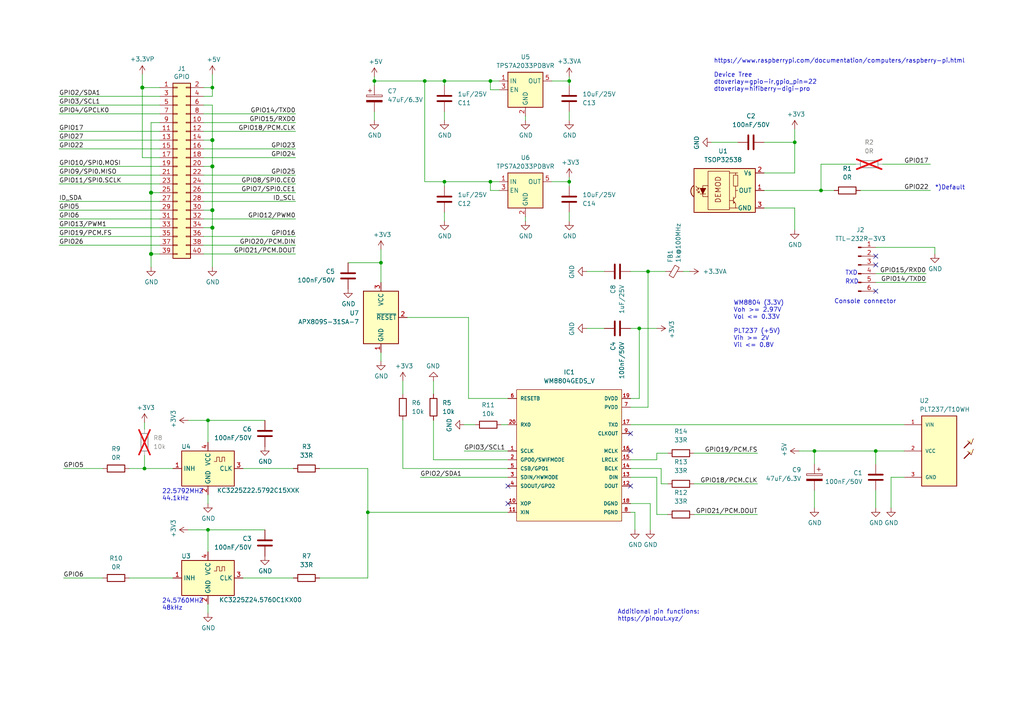
<source format=kicad_sch>
(kicad_sch (version 20230121) (generator eeschema)
  (paper "A4")
  (title_block (title "RPI HAT S/PDIF and IR") (date "2024-02-21") (rev "V5"))
  (lib_symbols
    (symbol "Connector:Conn_01x06_Pin" (pin_names (offset 1.016) hide)
      (property "Reference" "J" (at 0 7.62 0))
      (property "Value" "Conn_01x06_Pin" (at 0 -10.16 0))
      (symbol "Conn_01x06_Pin_1_1"
        (polyline (pts (xy 1.27 -7.62) (xy 0.8636 -7.62)) (stroke (width 0.1524)))
        (polyline (pts (xy 1.27 -5.08) (xy 0.8636 -5.08)) (stroke (width 0.1524)))
        (polyline (pts (xy 1.27 -2.54) (xy 0.8636 -2.54)) (stroke (width 0.1524)))
        (polyline (pts (xy 1.27 0) (xy 0.8636 0)) (stroke (width 0.1524)))
        (polyline (pts (xy 1.27 2.54) (xy 0.8636 2.54)) (stroke (width 0.1524)))
        (polyline (pts (xy 1.27 5.08) (xy 0.8636 5.08)) (stroke (width 0.1524)))
        (rectangle (start 0.8636 -7.493) (end 0 -7.747) (stroke (width 0.1524)) (fill (type outline)))
        (rectangle (start 0.8636 -4.953) (end 0 -5.207) (stroke (width 0.1524)) (fill (type outline)))
        (rectangle (start 0.8636 -2.413) (end 0 -2.667) (stroke (width 0.1524)) (fill (type outline)))
        (rectangle (start 0.8636 0.127) (end 0 -0.127) (stroke (width 0.1524)) (fill (type outline)))
        (rectangle (start 0.8636 2.667) (end 0 2.413) (stroke (width 0.1524)) (fill (type outline)))
        (rectangle (start 0.8636 5.207) (end 0 4.953) (stroke (width 0.1524)) (fill (type outline)))
        (pin passive line (at 5.08 5.08 180) (length 3.81) (name "Pin_1") (number "1"))
        (pin passive line (at 5.08 2.54 180) (length 3.81) (name "Pin_2") (number "2"))
        (pin passive line (at 5.08 0 180) (length 3.81) (name "Pin_3") (number "3"))
        (pin passive line (at 5.08 -2.54 180) (length 3.81) (name "Pin_4") (number "4"))
        (pin passive line (at 5.08 -5.08 180) (length 3.81) (name "Pin_5") (number "5"))
        (pin passive line (at 5.08 -7.62 180) (length 3.81) (name "Pin_6") (number "6"))
      )
    )
    (symbol "Connector_Generic:Conn_02x20_Odd_Even" (pin_names (offset 1.016) hide)
      (property "Reference" "J" (at 1.27 25.4 0))
      (property "Value" "Conn_02x20_Odd_Even" (at 1.27 -27.94 0))
      (symbol "Conn_02x20_Odd_Even_1_1"
        (rectangle (start -1.27 -25.273) (end 0 -25.527) (stroke (width 0.1524)))
        (rectangle (start -1.27 -22.733) (end 0 -22.987) (stroke (width 0.1524)))
        (rectangle (start -1.27 -20.193) (end 0 -20.447) (stroke (width 0.1524)))
        (rectangle (start -1.27 -17.653) (end 0 -17.907) (stroke (width 0.1524)))
        (rectangle (start -1.27 -15.113) (end 0 -15.367) (stroke (width 0.1524)))
        (rectangle (start -1.27 -12.573) (end 0 -12.827) (stroke (width 0.1524)))
        (rectangle (start -1.27 -10.033) (end 0 -10.287) (stroke (width 0.1524)))
        (rectangle (start -1.27 -7.493) (end 0 -7.747) (stroke (width 0.1524)))
        (rectangle (start -1.27 -4.953) (end 0 -5.207) (stroke (width 0.1524)))
        (rectangle (start -1.27 -2.413) (end 0 -2.667) (stroke (width 0.1524)))
        (rectangle (start -1.27 0.127) (end 0 -0.127) (stroke (width 0.1524)))
        (rectangle (start -1.27 2.667) (end 0 2.413) (stroke (width 0.1524)))
        (rectangle (start -1.27 5.207) (end 0 4.953) (stroke (width 0.1524)))
        (rectangle (start -1.27 7.747) (end 0 7.493) (stroke (width 0.1524)))
        (rectangle (start -1.27 10.287) (end 0 10.033) (stroke (width 0.1524)))
        (rectangle (start -1.27 12.827) (end 0 12.573) (stroke (width 0.1524)))
        (rectangle (start -1.27 15.367) (end 0 15.113) (stroke (width 0.1524)))
        (rectangle (start -1.27 17.907) (end 0 17.653) (stroke (width 0.1524)))
        (rectangle (start -1.27 20.447) (end 0 20.193) (stroke (width 0.1524)))
        (rectangle (start -1.27 22.987) (end 0 22.733) (stroke (width 0.1524)))
        (rectangle (start -1.27 24.13) (end 3.81 -26.67) (stroke (width 0.254)) (fill (type background)))
        (rectangle (start 3.81 -25.273) (end 2.54 -25.527) (stroke (width 0.1524)))
        (rectangle (start 3.81 -22.733) (end 2.54 -22.987) (stroke (width 0.1524)))
        (rectangle (start 3.81 -20.193) (end 2.54 -20.447) (stroke (width 0.1524)))
        (rectangle (start 3.81 -17.653) (end 2.54 -17.907) (stroke (width 0.1524)))
        (rectangle (start 3.81 -15.113) (end 2.54 -15.367) (stroke (width 0.1524)))
        (rectangle (start 3.81 -12.573) (end 2.54 -12.827) (stroke (width 0.1524)))
        (rectangle (start 3.81 -10.033) (end 2.54 -10.287) (stroke (width 0.1524)))
        (rectangle (start 3.81 -7.493) (end 2.54 -7.747) (stroke (width 0.1524)))
        (rectangle (start 3.81 -4.953) (end 2.54 -5.207) (stroke (width 0.1524)))
        (rectangle (start 3.81 -2.413) (end 2.54 -2.667) (stroke (width 0.1524)))
        (rectangle (start 3.81 0.127) (end 2.54 -0.127) (stroke (width 0.1524)))
        (rectangle (start 3.81 2.667) (end 2.54 2.413) (stroke (width 0.1524)))
        (rectangle (start 3.81 5.207) (end 2.54 4.953) (stroke (width 0.1524)))
        (rectangle (start 3.81 7.747) (end 2.54 7.493) (stroke (width 0.1524)))
        (rectangle (start 3.81 10.287) (end 2.54 10.033) (stroke (width 0.1524)))
        (rectangle (start 3.81 12.827) (end 2.54 12.573) (stroke (width 0.1524)))
        (rectangle (start 3.81 15.367) (end 2.54 15.113) (stroke (width 0.1524)))
        (rectangle (start 3.81 17.907) (end 2.54 17.653) (stroke (width 0.1524)))
        (rectangle (start 3.81 20.447) (end 2.54 20.193) (stroke (width 0.1524)))
        (rectangle (start 3.81 22.987) (end 2.54 22.733) (stroke (width 0.1524)))
        (pin passive line (at -5.08 22.86 0) (length 3.81) (name "Pin_1") (number "1"))
        (pin passive line (at 7.62 12.7 180) (length 3.81) (name "Pin_10") (number "10"))
        (pin passive line (at -5.08 10.16 0) (length 3.81) (name "Pin_11") (number "11"))
        (pin passive line (at 7.62 10.16 180) (length 3.81) (name "Pin_12") (number "12"))
        (pin passive line (at -5.08 7.62 0) (length 3.81) (name "Pin_13") (number "13"))
        (pin passive line (at 7.62 7.62 180) (length 3.81) (name "Pin_14") (number "14"))
        (pin passive line (at -5.08 5.08 0) (length 3.81) (name "Pin_15") (number "15"))
        (pin passive line (at 7.62 5.08 180) (length 3.81) (name "Pin_16") (number "16"))
        (pin passive line (at -5.08 2.54 0) (length 3.81) (name "Pin_17") (number "17"))
        (pin passive line (at 7.62 2.54 180) (length 3.81) (name "Pin_18") (number "18"))
        (pin passive line (at -5.08 0 0) (length 3.81) (name "Pin_19") (number "19"))
        (pin passive line (at 7.62 22.86 180) (length 3.81) (name "Pin_2") (number "2"))
        (pin passive line (at 7.62 0 180) (length 3.81) (name "Pin_20") (number "20"))
        (pin passive line (at -5.08 -2.54 0) (length 3.81) (name "Pin_21") (number "21"))
        (pin passive line (at 7.62 -2.54 180) (length 3.81) (name "Pin_22") (number "22"))
        (pin passive line (at -5.08 -5.08 0) (length 3.81) (name "Pin_23") (number "23"))
        (pin passive line (at 7.62 -5.08 180) (length 3.81) (name "Pin_24") (number "24"))
        (pin passive line (at -5.08 -7.62 0) (length 3.81) (name "Pin_25") (number "25"))
        (pin passive line (at 7.62 -7.62 180) (length 3.81) (name "Pin_26") (number "26"))
        (pin passive line (at -5.08 -10.16 0) (length 3.81) (name "Pin_27") (number "27"))
        (pin passive line (at 7.62 -10.16 180) (length 3.81) (name "Pin_28") (number "28"))
        (pin passive line (at -5.08 -12.7 0) (length 3.81) (name "Pin_29") (number "29"))
        (pin passive line (at -5.08 20.32 0) (length 3.81) (name "Pin_3") (number "3"))
        (pin passive line (at 7.62 -12.7 180) (length 3.81) (name "Pin_30") (number "30"))
        (pin passive line (at -5.08 -15.24 0) (length 3.81) (name "Pin_31") (number "31"))
        (pin passive line (at 7.62 -15.24 180) (length 3.81) (name "Pin_32") (number "32"))
        (pin passive line (at -5.08 -17.78 0) (length 3.81) (name "Pin_33") (number "33"))
        (pin passive line (at 7.62 -17.78 180) (length 3.81) (name "Pin_34") (number "34"))
        (pin passive line (at -5.08 -20.32 0) (length 3.81) (name "Pin_35") (number "35"))
        (pin passive line (at 7.62 -20.32 180) (length 3.81) (name "Pin_36") (number "36"))
        (pin passive line (at -5.08 -22.86 0) (length 3.81) (name "Pin_37") (number "37"))
        (pin passive line (at 7.62 -22.86 180) (length 3.81) (name "Pin_38") (number "38"))
        (pin passive line (at -5.08 -25.4 0) (length 3.81) (name "Pin_39") (number "39"))
        (pin passive line (at 7.62 20.32 180) (length 3.81) (name "Pin_4") (number "4"))
        (pin passive line (at 7.62 -25.4 180) (length 3.81) (name "Pin_40") (number "40"))
        (pin passive line (at -5.08 17.78 0) (length 3.81) (name "Pin_5") (number "5"))
        (pin passive line (at 7.62 17.78 180) (length 3.81) (name "Pin_6") (number "6"))
        (pin passive line (at -5.08 15.24 0) (length 3.81) (name "Pin_7") (number "7"))
        (pin passive line (at 7.62 15.24 180) (length 3.81) (name "Pin_8") (number "8"))
        (pin passive line (at -5.08 12.7 0) (length 3.81) (name "Pin_9") (number "9"))
      )
    )
    (symbol "Device:C" (pin_numbers hide) (pin_names (offset 0.254))
      (property "Reference" "C" (at 0.635 2.54 0))
      (property "Value" "C" (at 0.635 -2.54 0))
      (symbol "C_0_1"
        (polyline (pts (xy -2.032 -0.762) (xy 2.032 -0.762)) (stroke (width 0.508)))
        (polyline (pts (xy -2.032 0.762) (xy 2.032 0.762)) (stroke (width 0.508)))
      )
      (symbol "C_1_1"
        (pin passive line (at 0 3.81 270) (length 2.794) (name "~") (number "1"))
        (pin passive line (at 0 -3.81 90) (length 2.794) (name "~") (number "2"))
      )
    )
    (symbol "Device:C_Polarized" (pin_numbers hide) (pin_names (offset 0.254))
      (property "Reference" "C" (at 0.635 2.54 0))
      (property "Value" "C_Polarized" (at 0.635 -2.54 0))
      (symbol "C_Polarized_0_1"
        (rectangle (start -2.286 0.508) (end 2.286 1.016))
        (polyline (pts (xy -1.778 2.286) (xy -0.762 2.286)))
        (polyline (pts (xy -1.27 2.794) (xy -1.27 1.778)))
        (rectangle (start 2.286 -0.508) (end -2.286 -1.016) (fill (type outline)))
      )
      (symbol "C_Polarized_1_1"
        (pin passive line (at 0 3.81 270) (length 2.794) (name "~") (number "1"))
        (pin passive line (at 0 -3.81 90) (length 2.794) (name "~") (number "2"))
      )
    )
    (symbol "Device:R" (pin_numbers hide) (pin_names (offset 0))
      (property "Reference" "R" (at 2.032 0 90))
      (property "Value" "R" (at 0 0 90))
      (symbol "R_0_1"
        (rectangle (start -1.016 -2.54) (end 1.016 2.54) (stroke (width 0.254)))
      )
      (symbol "R_1_1"
        (pin passive line (at 0 3.81 270) (length 1.27) (name "~") (number "1"))
        (pin passive line (at 0 -3.81 90) (length 1.27) (name "~") (number "2"))
      )
    )
    (symbol "Interface_Optical:TSOP325xx" (pin_names (offset 1.016))
      (property "Reference" "U" (at -10.16 7.62 0))
      (property "Value" "TSOP325xx" (at -10.16 -7.62 0))
      (symbol "TSOP325xx_0_0"
        (arc (start -10.287 1.397) (mid -11.0899 -0.1852) (end -10.287 -1.778) (stroke (width 0.254)) (fill (type background)))
        (polyline (pts (xy 1.905 -5.08) (xy 0.127 -5.08)))
        (polyline (pts (xy 1.905 5.08) (xy 0.127 5.08)))
        (text "DEMOD" (at -3.175 0.254 900) (effects (font (size 1.524 1.524))))
      )
      (symbol "TSOP325xx_0_1"
        (rectangle (start -6.096 5.588) (end 0.127 -5.588))
        (polyline (pts (xy -8.763 0.381) (xy -9.652 1.27)))
        (polyline (pts (xy -8.763 0.381) (xy -9.271 0.381)))
        (polyline (pts (xy -8.763 0.381) (xy -8.763 0.889)))
        (polyline (pts (xy -8.636 -0.635) (xy -9.525 0.254)))
        (polyline (pts (xy -8.636 -0.635) (xy -9.144 -0.635)))
        (polyline (pts (xy -8.636 -0.635) (xy -8.636 -0.127)))
        (polyline (pts (xy -8.382 -1.016) (xy -6.731 -1.016)))
        (polyline (pts (xy 1.27 -2.921) (xy 0.127 -2.921)))
        (polyline (pts (xy 1.27 -1.905) (xy 1.27 -3.81)))
        (polyline (pts (xy 1.397 -3.556) (xy 1.524 -3.556)))
        (polyline (pts (xy 1.651 -3.556) (xy 1.524 -3.556)))
        (polyline (pts (xy 1.651 -3.556) (xy 1.651 -3.302)))
        (polyline (pts (xy 1.905 0) (xy 1.905 1.27)))
        (polyline (pts (xy 1.905 4.445) (xy 1.905 5.08) (xy 2.54 5.08)))
        (polyline (pts (xy -8.382 0.635) (xy -6.731 0.635) (xy -7.62 -1.016) (xy -8.382 0.635)) (fill (type outline)))
        (polyline (pts (xy -6.096 1.397) (xy -7.62 1.397) (xy -7.62 -1.778) (xy -6.096 -1.778)))
        (polyline (pts (xy 1.27 -3.175) (xy 1.905 -3.81) (xy 1.905 -5.08) (xy 2.54 -5.08)))
        (polyline (pts (xy 1.27 -2.54) (xy 1.905 -1.905) (xy 1.905 0) (xy 2.54 0)))
        (rectangle (start 2.54 1.27) (end 1.27 4.445))
        (rectangle (start 7.62 6.35) (end -10.16 -6.35) (stroke (width 0.254)) (fill (type background)))
      )
      (symbol "TSOP325xx_1_1"
        (pin output line (at 10.16 0 180) (length 2.54) (name "OUT") (number "1"))
        (pin power_in line (at 10.16 5.08 180) (length 2.54) (name "Vs") (number "2"))
        (pin power_in line (at 10.16 -5.08 180) (length 2.54) (name "GND") (number "3"))
      )
    )
    (symbol "Oscillator:KC2520Z"
      (property "Reference" "U" (at 2.54 12.7 0))
      (property "Value" "KC2520Z" (at 6.35 10.16 0))
      (symbol "KC2520Z_0_1"
        (rectangle (start -7.62 5.08) (end 7.62 -5.08) (stroke (width 0.254)) (fill (type background)))
      )
      (symbol "KC2520Z_1_1"
        (polyline (pts (xy 1.778 2.032) (xy 2.54 2.032) (xy 2.54 3.302) (xy 3.302 3.302) (xy 3.302 2.032) (xy 4.064 2.032) (xy 4.064 3.302) (xy 4.826 3.302) (xy 4.826 2.032)))
        (pin input line (at -10.16 0 0) (length 2.54) (name "INH") (number "1"))
        (pin power_in line (at 0 -7.62 90) (length 2.54) (name "GND") (number "2"))
        (pin output line (at 10.16 0 180) (length 2.54) (name "CLK") (number "3"))
        (pin power_in line (at 0 7.62 270) (length 2.54) (name "VCC") (number "4"))
      )
    )
    (symbol "Power_Supervisor:LM809"
      (property "Reference" "U" (at 2.54 12.7 0))
      (property "Value" "LM809" (at 5.08 10.16 0))
      (symbol "LM809_0_1"
        (rectangle (start 5.08 7.62) (end -5.08 -7.62) (stroke (width 0.254)) (fill (type background)))
      )
      (symbol "LM809_1_1"
        (pin power_in line (at 0 -10.16 90) (length 2.54) (name "GND") (number "1"))
        (pin output line (at 7.62 0 180) (length 2.54) (name "~{RESET}") (number "2"))
        (pin power_in line (at 0 10.16 270) (length 2.54) (name "VCC") (number "3"))
      )
    )
    (symbol "Regulator_Linear:TPS7A0533PDBV"
      (property "Reference" "U" (at -3.81 6.35 0))
      (property "Value" "TPS7A0533PDBV" (at 6.35 6.35 0))
      (symbol "TPS7A0533PDBV_0_1"
        (rectangle (start -5.08 -5.08) (end 5.08 5.08) (stroke (width 0.254)) (fill (type background)))
        (pin power_in line (at -7.62 2.54 0) (length 2.54) (name "IN") (number "1"))
        (pin power_in line (at 0 -7.62 90) (length 2.54) (name "GND") (number "2"))
        (pin input line (at -7.62 0 0) (length 2.54) (name "EN") (number "3"))
        (pin no_connect line (at 5.08 0 180) (length 2.54) hide (name "NC") (number "4"))
        (pin power_out line (at 7.62 2.54 180) (length 2.54) (name "OUT") (number "5"))
      )
    )
    (symbol "dac-rescue:Ferrite_Bead_Small-Device" (pin_numbers hide) (pin_names (offset 0))
      (property "Reference" "FB" (at 1.905 1.27 0))
      (property "Value" "Ferrite_Bead_Small-Device" (at 1.905 -1.27 0))
      (symbol "Ferrite_Bead_Small-Device_0_1"
        (polyline (pts (xy 0 -1.27) (xy 0 -0.7874)))
        (polyline (pts (xy 0 0.889) (xy 0 1.2954)))
        (polyline (pts (xy -1.8288 0.2794) (xy -1.1176 1.4986) (xy 1.8288 -0.2032) (xy 1.1176 -1.4224) (xy -1.8288 0.2794)))
      )
      (symbol "Ferrite_Bead_Small-Device_1_1"
        (pin passive line (at 0 2.54 270) (length 1.27) (name "~") (number "1"))
        (pin passive line (at 0 -2.54 90) (length 1.27) (name "~") (number "2"))
      )
    )
    (symbol "kicad-snk:PLT237/T10WH" (pin_names (offset 1.016))
      (property "Reference" "U" (at -5.08 11.4554 0))
      (property "Value" "PLT237/T10WH" (at -5.08 -12.7254 0))
      (symbol "PLT237/T10WH_0_0"
        (rectangle (start -5.08 10.16) (end 5.08 -10.16) (stroke (width 0.254)) (fill (type background)))
        (polyline (pts (xy 7.239 -2.1336) (xy 8.89 -0.4826)) (stroke (width 0.3048)))
        (polyline (pts (xy 7.239 0.9144) (xy 8.89 2.5654)) (stroke (width 0.3048)))
        (polyline (pts (xy 9.906 0.5334) (xy 9.271 -1.1176) (xy 8.255 -0.1016)) (stroke (width 0.1524)) (fill (type background)))
        (polyline (pts (xy 9.906 3.5814) (xy 9.271 1.9304) (xy 8.255 2.9464)) (stroke (width 0.1524)) (fill (type background)))
      )
      (symbol "PLT237/T10WH_1_0"
        (pin output line (at -10.16 7.62 0) (length 5.08) (name "VIN") (number "1"))
        (pin power_in line (at -10.16 0 0) (length 5.08) (name "VCC") (number "2"))
        (pin power_in line (at -10.16 -7.62 0) (length 5.08) (name "GND") (number "3"))
      )
    )
    (symbol "kicad-snk:WM8804GEDS_V" (pin_names (offset 1.016))
      (property "Reference" "IC" (at -15.24 13.97 0))
      (property "Value" "WM8804GEDS_V" (at -15.24 -27.94 0))
      (symbol "WM8804GEDS_V_0_0"
        (rectangle (start -15.24 -25.4) (end 15.24 12.7) (stroke (width 0.1524)) (fill (type background)))
        (pin bidirectional line (at -17.78 -5.08 0) (length 2.54) (name "SCLK") (number "1"))
        (pin bidirectional line (at -17.78 -20.32 0) (length 2.54) (name "XOP") (number "10"))
        (pin bidirectional line (at -17.78 -22.86 0) (length 2.54) (name "XIN") (number "11"))
        (pin bidirectional line (at 17.78 -15.24 180) (length 2.54) (name "DOUT") (number "12"))
        (pin bidirectional line (at 17.78 -12.7 180) (length 2.54) (name "DIN") (number "13"))
        (pin bidirectional line (at 17.78 -10.16 180) (length 2.54) (name "BCLK") (number "14"))
        (pin bidirectional line (at 17.78 -7.62 180) (length 2.54) (name "LRCLK") (number "15"))
        (pin bidirectional line (at 17.78 -5.08 180) (length 2.54) (name "MCLK") (number "16"))
        (pin bidirectional line (at 17.78 2.54 180) (length 2.54) (name "TX0") (number "17"))
        (pin bidirectional line (at 17.78 -20.32 180) (length 2.54) (name "DGND") (number "18"))
        (pin bidirectional line (at 17.78 10.16 180) (length 2.54) (name "DVDD") (number "19"))
        (pin bidirectional line (at -17.78 -7.62 0) (length 2.54) (name "GPO0/SWIFMODE") (number "2"))
        (pin bidirectional line (at -17.78 2.54 0) (length 2.54) (name "RX0") (number "20"))
        (pin bidirectional line (at -17.78 -12.7 0) (length 2.54) (name "SDIN/HWMODE") (number "3"))
        (pin bidirectional line (at -17.78 -15.24 0) (length 2.54) (name "SDOUT/GPO2") (number "4"))
        (pin bidirectional line (at -17.78 -10.16 0) (length 2.54) (name "CSB/GPO1") (number "5"))
        (pin bidirectional line (at -17.78 10.16 0) (length 2.54) (name "RESETB") (number "6"))
        (pin bidirectional line (at 17.78 7.62 180) (length 2.54) (name "PVDD") (number "7"))
        (pin bidirectional line (at 17.78 -22.86 180) (length 2.54) (name "PGND") (number "8"))
        (pin bidirectional line (at 17.78 0 180) (length 2.54) (name "CLKOUT") (number "9"))
      )
    )
    (symbol "power:+3.3V" (power) (pin_names (offset 0))
      (property "Value" "+3.3V" (at 0 3.556 0))
      (symbol "+3.3V_0_1"
        (polyline (pts (xy -0.762 1.27) (xy 0 2.54)))
        (polyline (pts (xy 0 0) (xy 0 2.54)))
        (polyline (pts (xy 0 2.54) (xy 0.762 1.27)))
      )
      (symbol "+3.3V_1_1"
        (pin power_in line (at 0 0 90) (length 0) hide (name "+3V3") (number "1"))
      )
    )
    (symbol "power:+3.3VA" (power) (pin_names (offset 0))
      (property "Value" "+3.3VA" (at 0 3.556 0))
      (symbol "+3.3VA_0_1"
        (polyline (pts (xy -0.762 1.27) (xy 0 2.54)))
        (polyline (pts (xy 0 0) (xy 0 2.54)))
        (polyline (pts (xy 0 2.54) (xy 0.762 1.27)))
      )
      (symbol "+3.3VA_1_1"
        (pin power_in line (at 0 0 90) (length 0) hide (name "+3.3VA") (number "1"))
      )
    )
    (symbol "power:+3.3VP" (power) (pin_names (offset 0))
      (property "Value" "+3.3VP" (at 0 2.54 0))
      (symbol "+3.3VP_0_0"
        (pin power_in line (at 0 0 90) (length 0) hide (name "+3.3VP") (number "1"))
      )
      (symbol "+3.3VP_0_1"
        (polyline (pts (xy -0.762 1.27) (xy 0 2.54)))
        (polyline (pts (xy 0 0) (xy 0 2.54)))
        (polyline (pts (xy 0 2.54) (xy 0.762 1.27)))
      )
    )
    (symbol "power:+5V" (power) (pin_names (offset 0))
      (property "Value" "+5V" (at 0 3.556 0))
      (symbol "+5V_0_1"
        (polyline (pts (xy -0.762 1.27) (xy 0 2.54)))
        (polyline (pts (xy 0 0) (xy 0 2.54)))
        (polyline (pts (xy 0 2.54) (xy 0.762 1.27)))
      )
      (symbol "+5V_1_1"
        (pin power_in line (at 0 0 90) (length 0) hide (name "+5V") (number "1"))
      )
    )
    (symbol "power:GND" (power) (pin_names (offset 0))
      (property "Value" "GND" (at 0 -3.81 0))
      (symbol "GND_0_1"
        (polyline (pts (xy 0 0) (xy 0 -1.27) (xy 1.27 -1.27) (xy 0 -2.54) (xy -1.27 -1.27) (xy 0 -1.27)))
      )
      (symbol "GND_1_1"
        (pin power_in line (at 0 0 270) (length 0) hide (name "GND") (number "1"))
      )
    )
  )
  (junction (at 41.91 135.89))
  (junction (at 123.19 23.495))
  (junction (at 185.42 95.25))
  (junction (at 61.595 60.96) (diameter 1.016))
  (junction (at 41.275 25.4) (diameter 1.016))
  (junction (at 61.595 66.04) (diameter 1.016))
  (junction (at 187.96 78.74))
  (junction (at 142.24 52.705))
  (junction (at 165.1 23.495))
  (junction (at 254 130.81))
  (junction (at 43.815 55.88) (diameter 1.016))
  (junction (at 108.585 23.495))
  (junction (at 128.905 52.705))
  (junction (at 142.24 23.495))
  (junction (at 61.595 48.26) (diameter 1.016))
  (junction (at 61.595 25.4))
  (junction (at 106.68 148.59))
  (junction (at 61.595 40.64) (diameter 1.016))
  (junction (at 128.905 23.495))
  (junction (at 238.125 55.245))
  (junction (at 60.325 121.92))
  (junction (at 60.325 153.67))
  (junction (at 230.505 41.275))
  (junction (at 43.815 73.66) (diameter 1.016))
  (junction (at 165.1 52.705))
  (junction (at 110.49 76.2))
  (junction (at 236.22 130.81))
  (no_connect (at 182.88 130.81))
  (no_connect (at 182.88 125.73))
  (no_connect (at 147.32 140.97))
  (no_connect (at 254 74.295))
  (no_connect (at 254 76.835))
  (no_connect (at 254 84.455))
  (no_connect (at 147.32 146.05))
  (no_connect (at 182.88 140.97))
  (wire (pts (xy 135.89 92.075) (xy 135.89 115.57)))
  (wire (pts (xy 43.815 55.88) (xy 43.815 73.66)))
  (wire (pts (xy 59.055 55.88) (xy 85.725 55.88)))
  (wire (pts (xy 165.1 23.495) (xy 160.02 23.495)))
  (wire (pts (xy 46.355 38.1) (xy 17.145 38.1)))
  (wire (pts (xy 238.125 55.245) (xy 241.935 55.245)))
  (wire (pts (xy 160.02 52.705) (xy 165.1 52.705)))
  (wire (pts (xy 92.71 167.64) (xy 106.68 167.64)))
  (wire (pts (xy 61.595 30.48) (xy 61.595 40.64)))
  (wire (pts (xy 61.595 27.94) (xy 61.595 25.4)))
  (wire (pts (xy 61.595 48.26) (xy 59.055 48.26)))
  (wire (pts (xy 182.88 123.19) (xy 262.255 123.19)))
  (wire (pts (xy 170.18 78.74) (xy 175.26 78.74)))
  (wire (pts (xy 249.555 55.245) (xy 269.875 55.245)))
  (wire (pts (xy 61.595 60.96) (xy 61.595 66.04)))
  (wire (pts (xy 118.11 92.075) (xy 135.89 92.075)))
  (wire (pts (xy 121.92 138.43) (xy 147.32 138.43)))
  (wire (pts (xy 201.295 140.335) (xy 219.71 140.335)))
  (wire (pts (xy 248.285 47.625) (xy 238.125 47.625)))
  (wire (pts (xy 142.24 52.705) (xy 144.78 52.705)))
  (wire (pts (xy 70.485 135.89) (xy 85.09 135.89)))
  (wire (pts (xy 92.71 135.89) (xy 106.68 135.89)))
  (wire (pts (xy 61.595 48.26) (xy 61.595 60.96)))
  (wire (pts (xy 59.055 33.02) (xy 85.725 33.02)))
  (wire (pts (xy 230.505 60.325) (xy 221.615 60.325)))
  (wire (pts (xy 110.49 102.235) (xy 110.49 104.775)))
  (wire (pts (xy 43.815 35.56) (xy 43.815 55.88)))
  (wire (pts (xy 165.1 61.595) (xy 165.1 64.135)))
  (wire (pts (xy 43.815 35.56) (xy 46.355 35.56)))
  (wire (pts (xy 254 142.24) (xy 254 147.32)))
  (wire (pts (xy 59.055 53.34) (xy 85.725 53.34)))
  (wire (pts (xy 46.355 58.42) (xy 17.145 58.42)))
  (wire (pts (xy 108.585 23.495) (xy 123.19 23.495)))
  (wire (pts (xy 230.505 37.465) (xy 230.505 41.275)))
  (wire (pts (xy 17.145 60.96) (xy 46.355 60.96)))
  (wire (pts (xy 60.325 121.92) (xy 76.835 121.92)))
  (wire (pts (xy 152.4 33.655) (xy 152.4 34.925)))
  (wire (pts (xy 108.585 23.495) (xy 108.585 24.765)))
  (wire (pts (xy 187.96 118.11) (xy 187.96 78.74)))
  (wire (pts (xy 221.615 55.245) (xy 238.125 55.245)))
  (wire (pts (xy 59.055 27.94) (xy 61.595 27.94)))
  (wire (pts (xy 182.88 115.57) (xy 185.42 115.57)))
  (wire (pts (xy 182.88 148.59) (xy 184.15 148.59)))
  (wire (pts (xy 43.815 55.88) (xy 46.355 55.88)))
  (wire (pts (xy 116.84 121.92) (xy 116.84 135.89)))
  (wire (pts (xy 59.055 43.18) (xy 85.725 43.18)))
  (wire (pts (xy 106.68 135.89) (xy 106.68 148.59)))
  (wire (pts (xy 134.62 130.81) (xy 147.32 130.81)))
  (wire (pts (xy 116.84 110.49) (xy 116.84 114.3)))
  (wire (pts (xy 59.055 73.66) (xy 85.725 73.66)))
  (wire (pts (xy 43.815 73.66) (xy 43.815 77.47)))
  (wire (pts (xy 17.145 40.64) (xy 46.355 40.64)))
  (wire (pts (xy 41.275 21.59) (xy 41.275 25.4)))
  (wire (pts (xy 110.49 72.39) (xy 110.49 76.2)))
  (wire (pts (xy 185.42 95.25) (xy 190.5 95.25)))
  (wire (pts (xy 271.145 71.755) (xy 254 71.755)))
  (wire (pts (xy 165.1 24.765) (xy 165.1 23.495)))
  (wire (pts (xy 61.595 66.04) (xy 59.055 66.04)))
  (wire (pts (xy 198.12 78.74) (xy 200.025 78.74)))
  (wire (pts (xy 17.145 30.48) (xy 46.355 30.48)))
  (wire (pts (xy 54.61 121.92) (xy 60.325 121.92)))
  (wire (pts (xy 60.325 153.67) (xy 76.835 153.67)))
  (wire (pts (xy 185.42 115.57) (xy 185.42 95.25)))
  (wire (pts (xy 187.96 78.74) (xy 182.88 78.74)))
  (wire (pts (xy 17.145 53.34) (xy 46.355 53.34)))
  (wire (pts (xy 258.445 147.32) (xy 258.445 138.43)))
  (wire (pts (xy 182.88 146.05) (xy 188.595 146.05)))
  (wire (pts (xy 70.485 167.64) (xy 85.09 167.64)))
  (wire (pts (xy 41.275 45.72) (xy 46.355 45.72)))
  (wire (pts (xy 123.19 52.705) (xy 128.905 52.705)))
  (wire (pts (xy 144.78 26.035) (xy 142.24 26.035)))
  (wire (pts (xy 46.355 27.94) (xy 17.145 27.94)))
  (wire (pts (xy 201.295 149.225) (xy 219.71 149.225)))
  (wire (pts (xy 142.24 23.495) (xy 144.78 23.495)))
  (wire (pts (xy 165.1 32.385) (xy 165.1 34.925)))
  (wire (pts (xy 128.905 61.595) (xy 128.905 64.135)))
  (wire (pts (xy 123.19 23.495) (xy 123.19 52.705)))
  (wire (pts (xy 61.595 40.64) (xy 61.595 48.26)))
  (wire (pts (xy 59.055 38.1) (xy 85.725 38.1)))
  (wire (pts (xy 106.68 167.64) (xy 106.68 148.59)))
  (wire (pts (xy 230.505 66.675) (xy 230.505 60.325)))
  (wire (pts (xy 61.595 40.64) (xy 59.055 40.64)))
  (wire (pts (xy 61.595 25.4) (xy 61.595 21.59)))
  (wire (pts (xy 221.615 41.275) (xy 230.505 41.275)))
  (wire (pts (xy 190.5 133.35) (xy 190.5 131.445)))
  (wire (pts (xy 60.325 121.92) (xy 60.325 128.27)))
  (wire (pts (xy 125.73 121.92) (xy 125.73 133.35)))
  (wire (pts (xy 145.415 123.19) (xy 147.32 123.19)))
  (wire (pts (xy 201.295 131.445) (xy 219.71 131.445)))
  (wire (pts (xy 17.145 33.02) (xy 46.355 33.02)))
  (wire (pts (xy 41.275 25.4) (xy 41.275 45.72)))
  (wire (pts (xy 142.24 55.245) (xy 142.24 52.705)))
  (wire (pts (xy 60.325 175.26) (xy 60.325 177.8)))
  (wire (pts (xy 238.125 47.625) (xy 238.125 55.245)))
  (wire (pts (xy 59.055 45.72) (xy 85.725 45.72)))
  (wire (pts (xy 185.42 95.25) (xy 182.88 95.25)))
  (wire (pts (xy 59.055 35.56) (xy 85.725 35.56)))
  (wire (pts (xy 170.18 95.25) (xy 175.26 95.25)))
  (wire (pts (xy 18.415 167.64) (xy 29.845 167.64)))
  (wire (pts (xy 190.5 131.445) (xy 193.675 131.445)))
  (wire (pts (xy 59.055 25.4) (xy 61.595 25.4)))
  (wire (pts (xy 188.595 146.05) (xy 188.595 153.67)))
  (wire (pts (xy 135.89 115.57) (xy 147.32 115.57)))
  (wire (pts (xy 17.145 43.18) (xy 46.355 43.18)))
  (wire (pts (xy 41.91 122.555) (xy 41.91 124.46)))
  (wire (pts (xy 17.145 50.8) (xy 46.355 50.8)))
  (wire (pts (xy 108.585 22.225) (xy 108.585 23.495)))
  (wire (pts (xy 190.5 138.43) (xy 182.88 138.43)))
  (wire (pts (xy 128.905 32.385) (xy 128.905 34.925)))
  (wire (pts (xy 128.905 23.495) (xy 142.24 23.495)))
  (wire (pts (xy 18.415 135.89) (xy 29.845 135.89)))
  (wire (pts (xy 134.62 123.19) (xy 137.795 123.19)))
  (wire (pts (xy 60.325 143.51) (xy 60.325 146.05)))
  (wire (pts (xy 125.73 133.35) (xy 147.32 133.35)))
  (wire (pts (xy 144.78 55.245) (xy 142.24 55.245)))
  (wire (pts (xy 125.73 110.49) (xy 125.73 114.3)))
  (wire (pts (xy 254 81.915) (xy 268.605 81.915)))
  (wire (pts (xy 17.145 63.5) (xy 46.355 63.5)))
  (wire (pts (xy 165.1 51.435) (xy 165.1 52.705)))
  (wire (pts (xy 254 79.375) (xy 268.605 79.375)))
  (wire (pts (xy 60.325 153.67) (xy 60.325 160.02)))
  (wire (pts (xy 206.375 41.275) (xy 213.995 41.275)))
  (wire (pts (xy 17.145 68.58) (xy 46.355 68.58)))
  (wire (pts (xy 116.84 135.89) (xy 147.32 135.89)))
  (wire (pts (xy 59.055 68.58) (xy 85.725 68.58)))
  (wire (pts (xy 190.5 149.225) (xy 190.5 138.43)))
  (wire (pts (xy 110.49 76.2) (xy 110.49 81.915)))
  (wire (pts (xy 59.055 63.5) (xy 85.725 63.5)))
  (wire (pts (xy 41.91 135.89) (xy 50.165 135.89)))
  (wire (pts (xy 43.815 73.66) (xy 46.355 73.66)))
  (wire (pts (xy 236.22 142.24) (xy 236.22 147.32)))
  (wire (pts (xy 191.77 135.89) (xy 182.88 135.89)))
  (wire (pts (xy 59.055 71.12) (xy 85.725 71.12)))
  (wire (pts (xy 221.615 50.165) (xy 230.505 50.165)))
  (wire (pts (xy 165.1 22.225) (xy 165.1 23.495)))
  (wire (pts (xy 61.595 30.48) (xy 59.055 30.48)))
  (wire (pts (xy 17.145 71.12) (xy 46.355 71.12)))
  (wire (pts (xy 123.19 23.495) (xy 128.905 23.495)))
  (wire (pts (xy 37.465 167.64) (xy 50.165 167.64)))
  (wire (pts (xy 230.505 41.275) (xy 230.505 50.165)))
  (wire (pts (xy 106.68 148.59) (xy 147.32 148.59)))
  (wire (pts (xy 236.22 130.81) (xy 254 130.81)))
  (wire (pts (xy 184.15 153.67) (xy 184.15 148.59)))
  (wire (pts (xy 182.88 118.11) (xy 187.96 118.11)))
  (wire (pts (xy 193.675 140.335) (xy 191.77 140.335)))
  (wire (pts (xy 271.145 73.66) (xy 271.145 71.755)))
  (wire (pts (xy 128.905 52.705) (xy 142.24 52.705)))
  (wire (pts (xy 236.22 134.62) (xy 236.22 130.81)))
  (wire (pts (xy 254 130.81) (xy 262.255 130.81)))
  (wire (pts (xy 128.905 52.705) (xy 128.905 53.975)))
  (wire (pts (xy 142.24 26.035) (xy 142.24 23.495)))
  (wire (pts (xy 108.585 32.385) (xy 108.585 34.925)))
  (wire (pts (xy 255.905 47.625) (xy 269.875 47.625)))
  (wire (pts (xy 61.595 66.04) (xy 61.595 77.47)))
  (wire (pts (xy 193.675 149.225) (xy 190.5 149.225)))
  (wire (pts (xy 59.055 50.8) (xy 85.725 50.8)))
  (wire (pts (xy 46.355 66.04) (xy 17.145 66.04)))
  (wire (pts (xy 182.88 133.35) (xy 190.5 133.35)))
  (wire (pts (xy 165.1 52.705) (xy 165.1 53.975)))
  (wire (pts (xy 100.965 76.2) (xy 110.49 76.2)))
  (wire (pts (xy 128.905 23.495) (xy 128.905 24.765)))
  (wire (pts (xy 61.595 60.96) (xy 59.055 60.96)))
  (wire (pts (xy 254 130.81) (xy 254 134.62)))
  (wire (pts (xy 258.445 138.43) (xy 262.255 138.43)))
  (wire (pts (xy 41.275 25.4) (xy 46.355 25.4)))
  (wire (pts (xy 191.77 140.335) (xy 191.77 135.89)))
  (wire (pts (xy 37.465 135.89) (xy 41.91 135.89)))
  (wire (pts (xy 41.91 132.08) (xy 41.91 135.89)))
  (wire (pts (xy 187.96 78.74) (xy 193.04 78.74)))
  (wire (pts (xy 54.61 153.67) (xy 60.325 153.67)))
  (wire (pts (xy 152.4 62.865) (xy 152.4 64.135)))
  (wire (pts (xy 46.355 48.26) (xy 17.145 48.26)))
  (wire (pts (xy 59.055 58.42) (xy 85.725 58.42)))
  (wire (pts (xy 231.775 130.81) (xy 236.22 130.81)))
  (text "24.5760MHZ\n48kHz" (at 46.99 177.165 0) (effects (font (size 1.27 1.27)) (justify left bottom)))
  (text "TXD" (at 245.11 80.01 0) (effects (font (size 1.27 1.27)) (justify left bottom)))
  (text "Console connector" (at 241.935 88.265 0) (effects (font (size 1.27 1.27)) (justify left bottom)))
  (text "https://www.raspberrypi.com/documentation/computers/raspberry-pi.html\n\nDevice Tree\ndtoverlay=gpio-ir,gpio_pin=22\ndtoverlay=hifiberry-digi-pro" (at 207.01 26.67 0) (effects (font (size 1.27 1.27)) (justify left bottom)))
  (text "WM8804 (3.3V)\nVoh >= 2.97V\nVol <= 0.33V\n\nPLT237 (+5V)\nVih >= 2V\nVil <= 0.8V" (at 212.725 100.965 0) (effects (font (size 1.27 1.27)) (justify left bottom)))
  (text "22.5792MHZ\n44.1kHz" (at 46.99 145.415 0) (effects (font (size 1.27 1.27)) (justify left bottom)))
  (text "RXD" (at 245.11 82.55 0) (effects (font (size 1.27 1.27)) (justify left bottom)))
  (text "*)Default" (at 271.145 55.245 0) (effects (font (size 1.27 1.27)) (justify left bottom)))
  (text "Additional pin functions:\nhttps://pinout.xyz/" (at 179.07 180.34 0) (effects (font (size 1.27 1.27)) (justify left bottom)))
  (label "ID_SDA" (at 17.145 58.42 0))
  (label "GPIO6" (at 17.145 63.5 0))
  (label "GPIO22" (at 262.255 55.245 0))
  (label "GPIO18{slash}PCM.CLK" (at 219.71 140.335 180))
  (label "ID_SCL" (at 85.725 58.42 180))
  (label "GPIO5" (at 17.145 60.96 0))
  (label "GPIO21{slash}PCM.DOUT" (at 85.725 73.66 180))
  (label "GPIO19{slash}PCM.FS" (at 17.145 68.58 0))
  (label "GPIO10{slash}SPI0.MOSI" (at 17.145 48.26 0))
  (label "GPIO9{slash}SPI0.MISO" (at 17.145 50.8 0))
  (label "GPIO23" (at 85.725 43.18 180))
  (label "GPIO15{slash}RXD0" (at 268.605 79.375 180))
  (label "GPIO5" (at 18.415 135.89 0))
  (label "GPIO19{slash}PCM.FS" (at 219.71 131.445 180))
  (label "GPIO6" (at 18.415 167.64 0))
  (label "GPIO4{slash}GPCLK0" (at 17.145 33.02 0))
  (label "GPIO27" (at 17.145 40.64 0))
  (label "GPIO26" (at 17.145 71.12 0))
  (label "GPIO14{slash}TXD0" (at 85.725 33.02 180))
  (label "GPIO8{slash}SPI0.CE0" (at 85.725 53.34 180))
  (label "GPIO15{slash}RXD0" (at 85.725 35.56 180))
  (label "GPIO14{slash}TXD0" (at 268.605 81.915 180))
  (label "GPIO16" (at 85.725 68.58 180))
  (label "GPIO2{slash}SDA1" (at 121.92 138.43 0))
  (label "GPIO22" (at 17.145 43.18 0))
  (label "GPIO21{slash}PCM.DOUT" (at 219.71 149.225 180))
  (label "GPIO2{slash}SDA1" (at 17.145 27.94 0))
  (label "GPIO17" (at 17.145 38.1 0))
  (label "GPIO25" (at 85.725 50.8 180))
  (label "GPIO3{slash}SCL1" (at 17.145 30.48 0))
  (label "GPIO18{slash}PCM.CLK" (at 85.725 38.1 180))
  (label "GPIO12{slash}PWM0" (at 85.725 63.5 180))
  (label "GPIO13{slash}PWM1" (at 17.145 66.04 0))
  (label "GPIO3{slash}SCL1" (at 134.62 130.81 0))
  (label "GPIO20{slash}PCM.DIN" (at 85.725 71.12 180))
  (label "GPIO24" (at 85.725 45.72 180))
  (label "GPIO17" (at 262.255 47.625 0))
  (label "GPIO7{slash}SPI0.CE1" (at 85.725 55.88 180))
  (label "GPIO11{slash}SPI0.SCLK" (at 17.145 53.34 0))
  (symbol (lib_id "power:+5V") (at 61.595 21.59 0) (unit 1)
    (property "Reference" "#PWR01" (effects hide))
    (property "Value" "+5V" (at 61.9633 17.2656 0))
  )
  (symbol (lib_id "power:GND") (at 61.595 77.47 0) (unit 1)
    (property "Reference" "#PWR02" (effects hide))
    (property "Value" "GND" (at 61.7093 81.7944 0))
  )
  (symbol (lib_id "power:GND") (at 43.815 77.47 0) (unit 1)
    (property "Reference" "#PWR03" (effects hide))
    (property "Value" "GND" (at 43.9293 81.7944 0))
  )
  (symbol (lib_id "Connector_Generic:Conn_02x20_Odd_Even") (at 51.435 48.26 0) (unit 1)
    (property "Reference" "J1" (at 52.705 19.9198 0))
    (property "Value" "GPIO" (at 52.705 22.225 0))
    (property "Footprint" "Connector_PinSocket_2.54mm:PinSocket_2x20_P2.54mm_Vertical" (effects hide))
  )
  (symbol (lib_id "power:+3.3V") (at 190.5 95.25 270) (unit 1)
    (property "Reference" "#PWR018" (effects hide))
    (property "Value" "+3.3V" (at 194.8244 95.6183 0))
  )
  (symbol (lib_id "Device:C_Polarized") (at 108.585 28.575 0) (unit 1)
    (property "Reference" "C7" (at 112.395 26.416 0) (effects (justify left)))
    (property "Value" "47uF/6.3V" (at 112.395 28.956 0) (effects (justify left)))
    (property "Footprint" "Capacitor_SMD:C_1206_3216Metric_Pad1.33x1.80mm_HandSolder" (effects hide))
  )
  (symbol (lib_id "power:+3.3VA") (at 165.1 22.225 0) (unit 1)
    (property "Reference" "#PWR039" (effects hide))
    (property "Value" "+3.3VA" (at 165.1 17.78 0))
  )
  (symbol (lib_id "power:+3.3V") (at 230.505 37.465 0) (unit 1)
    (property "Reference" "#PWR06" (effects hide))
    (property "Value" "+3.3V" (at 230.8733 33.1406 0))
  )
  (symbol (lib_id "power:GND") (at 165.1 64.135 0) (unit 1)
    (property "Reference" "#PWR033" (effects hide))
    (property "Value" "GND" (at 165.2143 68.4594 0))
  )
  (symbol (lib_id "power:GND") (at 165.1 34.925 0) (unit 1)
    (property "Reference" "#PWR036" (effects hide))
    (property "Value" "GND" (at 165.2143 39.2494 0))
  )
  (symbol (lib_id "power:GND") (at 108.585 34.925 0) (unit 1)
    (property "Reference" "#PWR037" (effects hide))
    (property "Value" "GND" (at 108.6993 39.2494 0))
  )
  (symbol (lib_id "power:GND") (at 128.905 34.925 0) (unit 1)
    (property "Reference" "#PWR034" (effects hide))
    (property "Value" "GND" (at 129.0193 39.2494 0))
  )
  (symbol (lib_id "Power_Supervisor:LM809") (at 110.49 92.075 0) (unit 1)
    (property "Reference" "U7" (at 104.14 90.805 0) (effects (justify right)))
    (property "Value" "APX809S-31SA-7" (at 104.14 93.345 0) (effects (justify right)))
    (property "Footprint" "Package_TO_SOT_SMD:SOT-23" (effects hide))
    (property "Datasheet" "http://www.ti.com/lit/ds/symlink/lm809.pdf" (effects hide))
  )
  (symbol (lib_id "Device:R") (at 41.91 128.27 180) (unit 1) (dnp yes)
    (property "Reference" "R8" (at 44.45 127 0) (effects (justify right)))
    (property "Value" "10k" (at 44.45 129.54 0) (effects (justify right)))
    (property "Footprint" "Resistor_SMD:R_0603_1608Metric_Pad0.98x0.95mm_HandSolder" (effects hide))
  )
  (symbol (lib_id "power:+5V") (at 231.775 130.81 90) (unit 1)
    (property "Reference" "#PWR010" (effects hide))
    (property "Value" "+5V" (at 227.4506 130.4417 0))
  )
  (symbol (lib_id "Interface_Optical:TSOP325xx") (at 211.455 55.245 0) (unit 1)
    (property "Reference" "U1" (at 209.72 43.815 0))
    (property "Value" "TSOP32538" (at 209.72 46.355 0))
    (property "Footprint" "OptoDevice:Vishay_MOLD-3Pin" (effects hide))
    (property "Datasheet" "http://www.vishay.com/docs/82490/tsop321.pdf" (effects hide))
  )
  (symbol (lib_id "power:GND") (at 76.835 129.54 0) (unit 1)
    (property "Reference" "#PWR011" (effects hide))
    (property "Value" "GND" (at 76.9493 133.8644 0))
  )
  (symbol (lib_id "power:GND") (at 152.4 34.925 0) (unit 1)
    (property "Reference" "#PWR035" (effects hide))
    (property "Value" "GND" (at 152.5143 39.2494 0))
  )
  (symbol (lib_id "power:+3.3V") (at 110.49 72.39 0) (unit 1)
    (property "Reference" "#PWR014" (effects hide))
    (property "Value" "+3.3V" (at 110.8583 68.0656 0))
  )
  (symbol (lib_id "power:GND") (at 236.22 147.32 0) (unit 1)
    (property "Reference" "#PWR030" (effects hide))
    (property "Value" "GND" (at 236.3343 151.6444 0))
  )
  (symbol (lib_id "Device:C") (at 76.835 125.73 0) (mirror y) (unit 1)
    (property "Reference" "C6" (at 73.025 124.46 0) (effects (justify left)))
    (property "Value" "100nF/50V" (at 73.025 127 0) (effects (justify left)))
    (property "Footprint" "Capacitor_SMD:C_0603_1608Metric" (effects hide))
  )
  (symbol (lib_id "Device:C") (at 76.835 157.48 0) (mirror y) (unit 1)
    (property "Reference" "C3" (at 73.025 156.21 0) (effects (justify left)))
    (property "Value" "100nF/50V" (at 73.025 158.75 0) (effects (justify left)))
    (property "Footprint" "Capacitor_SMD:C_0603_1608Metric" (effects hide))
  )
  (symbol (lib_id "Device:R") (at 197.485 131.445 270) (unit 1)
    (property "Reference" "R14" (at 197.485 125.095 90))
    (property "Value" "33R" (at 197.485 127.635 90))
    (property "Footprint" "Resistor_SMD:R_0603_1608Metric_Pad0.98x0.95mm_HandSolder" (effects hide))
  )
  (symbol (lib_id "power:GND") (at 184.15 153.67 0) (unit 1)
    (property "Reference" "#PWR021" (effects hide))
    (property "Value" "GND" (at 184.2643 157.9944 0))
  )
  (symbol (lib_id "Device:R") (at 197.485 149.225 270) (unit 1)
    (property "Reference" "R12" (at 197.485 142.875 90))
    (property "Value" "33R" (at 197.485 145.415 90))
    (property "Footprint" "Resistor_SMD:R_0603_1608Metric_Pad0.98x0.95mm_HandSolder" (effects hide))
  )
  (symbol (lib_id "Device:C") (at 254 138.43 0) (mirror y) (unit 1)
    (property "Reference" "C1" (at 250.19 137.16 0) (effects (justify left)))
    (property "Value" "100nF/50V" (at 250.19 139.7 0) (effects (justify left)))
    (property "Footprint" "Capacitor_SMD:C_0603_1608Metric_Pad1.08x0.95mm_HandSolder" (effects hide))
  )
  (symbol (lib_id "power:GND") (at 128.905 64.135 0) (unit 1)
    (property "Reference" "#PWR032" (effects hide))
    (property "Value" "GND" (at 129.0193 68.4594 0))
  )
  (symbol (lib_id "Device:C_Polarized") (at 236.22 138.43 0) (mirror y) (unit 1)
    (property "Reference" "C9" (at 232.41 136.271 0) (effects (justify left)))
    (property "Value" "47uF/6.3V" (at 232.41 138.811 0) (effects (justify left)))
    (property "Footprint" "Capacitor_SMD:C_1206_3216Metric_Pad1.33x1.80mm_HandSolder" (effects hide))
  )
  (symbol (lib_id "power:GND") (at 152.4 64.135 0) (unit 1)
    (property "Reference" "#PWR031" (effects hide))
    (property "Value" "GND" (at 152.5143 68.4594 0))
  )
  (symbol (lib_id "power:+3.3V") (at 41.91 122.555 0) (unit 1)
    (property "Reference" "#PWR026" (effects hide))
    (property "Value" "+3.3V" (at 42.2783 118.2306 0))
  )
  (symbol (lib_id "power:GND") (at 100.965 83.82 0) (unit 1)
    (property "Reference" "#PWR027" (effects hide))
    (property "Value" "GND" (at 101.0793 88.1444 0))
  )
  (symbol (lib_id "power:+3.3VA") (at 200.025 78.74 270) (unit 1)
    (property "Reference" "#PWR040" (effects hide))
    (property "Value" "+3.3VA" (at 203.835 78.74 90) (effects (justify left)))
  )
  (symbol (lib_id "Device:R") (at 88.9 167.64 270) (unit 1)
    (property "Reference" "R7" (at 88.9 161.29 90))
    (property "Value" "33R" (at 88.9 163.83 90))
    (property "Footprint" "Resistor_SMD:R_0603_1608Metric_Pad0.98x0.95mm_HandSolder" (effects hide))
  )
  (symbol (lib_id "power:GND") (at 76.835 161.29 0) (unit 1)
    (property "Reference" "#PWR012" (effects hide))
    (property "Value" "GND" (at 76.9493 165.6144 0))
  )
  (symbol (lib_id "power:+3.3V") (at 54.61 121.92 90) (unit 1)
    (property "Reference" "#PWR023" (effects hide))
    (property "Value" "+3.3V" (at 50.2856 121.5517 0))
  )
  (symbol (lib_id "power:+3.3V") (at 165.1 51.435 0) (unit 1)
    (property "Reference" "#PWR017" (effects hide))
    (property "Value" "+3.3V" (at 165.4683 47.1106 0))
  )
  (symbol (lib_id "power:+3.3VP") (at 41.275 21.59 0) (unit 1)
    (property "Reference" "#PWR041" (effects hide))
    (property "Value" "+3.3VP" (at 41.275 17.145 0))
  )
  (symbol (lib_id "power:GND") (at 110.49 104.775 0) (unit 1)
    (property "Reference" "#PWR04" (effects hide))
    (property "Value" "GND" (at 110.6043 109.0994 0))
  )
  (symbol (lib_id "Oscillator:KC2520Z") (at 60.325 135.89 0) (unit 1)
    (property "Reference" "U4" (at 53.975 129.54 0))
    (property "Value" "KC3225Z22.5792C15XXK" (at 74.93 142.24 0))
    (property "Footprint" "Crystal:Crystal_SMD_3225-4Pin_3.2x2.5mm_HandSoldering" (effects hide))
    (property "Datasheet" "https://global.kyocera.com/prdct/electro/product/pdf/clock_z_xz_e.pdf" (effects hide))
  )
  (symbol (lib_id "Device:C") (at 128.905 57.785 0) (mirror x) (unit 1)
    (property "Reference" "C12" (at 132.715 59.055 0) (effects (justify left)))
    (property "Value" "1uF/25V" (at 132.715 56.515 0) (effects (justify left)))
    (property "Footprint" "Capacitor_SMD:C_0603_1608Metric_Pad1.08x0.95mm_HandSolder" (effects hide))
  )
  (symbol (lib_id "Device:C") (at 179.07 95.25 90) (mirror x) (unit 1)
    (property "Reference" "C4" (at 177.8 99.06 0) (effects (justify left)))
    (property "Value" "100nF/50V" (at 180.34 99.06 0) (effects (justify left)))
    (property "Footprint" "Capacitor_SMD:C_0603_1608Metric_Pad1.08x0.95mm_HandSolder" (effects hide))
  )
  (symbol (lib_id "power:+3.3V") (at 116.84 110.49 0) (unit 1)
    (property "Reference" "#PWR015" (effects hide))
    (property "Value" "+3.3V" (at 117.2083 106.1656 0))
  )
  (symbol (lib_id "Oscillator:KC2520Z") (at 60.325 167.64 0) (unit 1)
    (property "Reference" "U3" (at 53.975 161.29 0))
    (property "Value" "KC3225Z24.5760C1KX00" (at 75.565 173.99 0))
    (property "Footprint" "Crystal:Crystal_SMD_3225-4Pin_3.2x2.5mm_HandSoldering" (effects hide))
    (property "Datasheet" "https://global.kyocera.com/prdct/electro/product/pdf/clock_z_xz_e.pdf" (effects hide))
  )
  (symbol (lib_id "Device:R") (at 197.485 140.335 270) (unit 1)
    (property "Reference" "R13" (at 197.485 133.985 90))
    (property "Value" "33R" (at 197.485 136.525 90))
    (property "Footprint" "Resistor_SMD:R_0603_1608Metric_Pad0.98x0.95mm_HandSolder" (effects hide))
  )
  (symbol (lib_id "power:GND") (at 60.325 146.05 0) (unit 1)
    (property "Reference" "#PWR024" (effects hide))
    (property "Value" "GND" (at 60.4393 150.3744 0))
  )
  (symbol (lib_id "power:GND") (at 134.62 123.19 270) (unit 1)
    (property "Reference" "#PWR029" (effects hide))
    (property "Value" "GND" (at 130.2956 123.3043 0))
  )
  (symbol (lib_id "kicad-snk:WM8804GEDS_V") (at 165.1 125.73 0) (unit 1)
    (property "Reference" "IC1" (at 165.1 107.95 0))
    (property "Value" "WM8804GEDS_V" (at 165.1 110.49 0))
    (property "Footprint" "Package_SO:SSOP-20_5.3x7.2mm_P0.65mm" (effects hide))
    (property "MF" "Cirrus Logic" (effects hide))
    (property "Description" "\nAudio Audio Transceiver 1 Channel 20-SSOP\n" (effects hide))
    (property "Package" "SSOP-20 Wolfson" (effects hide))
    (property "Price" "None" (effects hide))
    (property "SnapEDA_Link" "https://www.snapeda.com/parts/WM8804GEDS/V/Cirrus+Logic+Inc./view-part/?ref=snap" (effects hide))
    (property "MP" "WM8804GEDS/V" (effects hide))
    (property "Purchase-URL" "https://www.snapeda.com/api/url_track_click_mouser/?unipart_id=583498&manufacturer=Cirrus Logic&part_name=WM8804GEDS/V&search_term=wm8804" (effects hide))
    (property "Availability" "In Stock" (effects hide))
    (property "Check_prices" "https://www.snapeda.com/parts/WM8804GEDS/V/Cirrus+Logic+Inc./view-part/?ref=eda" (effects hide))
  )
  (symbol (lib_id "power:GND") (at 170.18 78.74 270) (unit 1)
    (property "Reference" "#PWR019" (effects hide))
    (property "Value" "GND" (at 165.8556 78.8543 0))
  )
  (symbol (lib_id "power:GND") (at 254 147.32 0) (unit 1)
    (property "Reference" "#PWR09" (effects hide))
    (property "Value" "GND" (at 254.1143 151.6444 0))
  )
  (symbol (lib_id "Regulator_Linear:TPS7A0533PDBV") (at 152.4 26.035 0) (unit 1)
    (property "Reference" "U5" (at 152.4 16.51 0))
    (property "Value" "TPS7A2033PDBVR" (at 152.4 19.05 0))
    (property "Footprint" "Package_TO_SOT_SMD:SOT-23-5" (effects hide))
    (property "Datasheet" "https://www.ti.com/lit/ds/symlink/tps7a05.pdf" (effects hide))
  )
  (symbol (lib_id "Device:C") (at 100.965 80.01 0) (mirror y) (unit 1)
    (property "Reference" "C5" (at 97.155 78.74 0) (effects (justify left)))
    (property "Value" "100nF/50V" (at 97.155 81.28 0) (effects (justify left)))
    (property "Footprint" "Capacitor_SMD:C_0603_1608Metric" (effects hide))
  )
  (symbol (lib_id "Regulator_Linear:TPS7A0533PDBV") (at 152.4 55.245 0) (unit 1)
    (property "Reference" "U6" (at 152.4 45.72 0))
    (property "Value" "TPS7A2033PDBVR" (at 152.4 48.26 0))
    (property "Footprint" "Package_TO_SOT_SMD:SOT-23-5" (effects hide))
    (property "Datasheet" "https://www.ti.com/lit/ds/symlink/tps7a05.pdf" (effects hide))
  )
  (symbol (lib_id "power:GND") (at 170.18 95.25 270) (unit 1)
    (property "Reference" "#PWR020" (effects hide))
    (property "Value" "GND" (at 165.8556 95.3643 0))
  )
  (symbol (lib_id "power:GND") (at 258.445 147.32 0) (unit 1)
    (property "Reference" "#PWR08" (effects hide))
    (property "Value" "GND" (at 258.5593 151.6444 0))
  )
  (symbol (lib_id "power:GND") (at 206.375 41.275 270) (unit 1)
    (property "Reference" "#PWR05" (effects hide))
    (property "Value" "GND" (at 202.0506 41.3893 0))
  )
  (symbol (lib_id "Device:R") (at 116.84 118.11 180) (unit 1)
    (property "Reference" "R6" (at 119.38 116.84 0) (effects (justify right)))
    (property "Value" "10k" (at 119.38 119.38 0) (effects (justify right)))
    (property "Footprint" "Resistor_SMD:R_0603_1608Metric_Pad0.98x0.95mm_HandSolder" (effects hide))
  )
  (symbol (lib_id "Device:R") (at 141.605 123.19 270) (unit 1)
    (property "Reference" "R11" (at 141.605 117.475 90))
    (property "Value" "10k" (at 141.605 120.015 90))
    (property "Footprint" "Resistor_SMD:R_0603_1608Metric_Pad0.98x0.95mm_HandSolder" (effects hide))
  )
  (symbol (lib_id "power:GND") (at 271.145 73.66 0) (unit 1)
    (property "Reference" "#PWR028" (effects hide))
    (property "Value" "GND" (at 271.2593 77.9844 0))
  )
  (symbol (lib_id "Device:C") (at 217.805 41.275 90) (unit 1)
    (property "Reference" "C2" (at 217.805 33.655 90))
    (property "Value" "100nF/50V" (at 217.805 36.195 90))
    (property "Footprint" "Capacitor_SMD:C_0603_1608Metric_Pad1.08x0.95mm_HandSolder" (effects hide))
  )
  (symbol (lib_id "Device:R") (at 125.73 118.11 180) (unit 1)
    (property "Reference" "R5" (at 128.27 116.84 0) (effects (justify right)))
    (property "Value" "10k" (at 128.27 119.38 0) (effects (justify right)))
    (property "Footprint" "Resistor_SMD:R_0603_1608Metric_Pad0.98x0.95mm_HandSolder" (effects hide))
  )
  (symbol (lib_id "Connector:Conn_01x06_Pin") (at 248.92 76.835 0) (unit 1)
    (property "Reference" "J2" (at 249.555 66.675 0))
    (property "Value" "TTL-232R-3V3" (at 249.555 69.215 0))
    (property "Footprint" "Connector_PinHeader_2.54mm:PinHeader_1x06_P2.54mm_Vertical" (effects hide))
  )
  (symbol (lib_id "Device:C") (at 165.1 28.575 0) (mirror x) (unit 1)
    (property "Reference" "C13" (at 168.91 29.845 0) (effects (justify left)))
    (property "Value" "10uF/25V" (at 168.91 27.305 0) (effects (justify left)))
    (property "Footprint" "Capacitor_SMD:C_1206_3216Metric_Pad1.33x1.80mm_HandSolder" (effects hide))
  )
  (symbol (lib_id "Device:R") (at 245.745 55.245 90) (unit 1)
    (property "Reference" "R1" (at 245.745 48.895 90))
    (property "Value" "0R" (at 245.745 51.435 90))
    (property "Footprint" "Resistor_SMD:R_0603_1608Metric_Pad0.98x0.95mm_HandSolder" (effects hide))
  )
  (symbol (lib_id "Device:R") (at 33.655 135.89 270) (unit 1)
    (property "Reference" "R9" (at 33.655 130.175 90))
    (property "Value" "0R" (at 33.655 132.715 90))
    (property "Footprint" "Resistor_SMD:R_0603_1608Metric_Pad0.98x0.95mm_HandSolder" (effects hide))
  )
  (symbol (lib_id "dac-rescue:Ferrite_Bead_Small-Device") (at 195.58 78.74 90) (unit 1)
    (property "Reference" "FB1" (at 194.4116 76.2 0) (effects (justify left)))
    (property "Value" "1k@100MHz" (at 196.723 76.2 0) (effects (justify left)))
    (property "Footprint" "Resistor_SMD:R_0603_1608Metric_Pad0.98x0.95mm_HandSolder" (effects hide))
    (property "manf#" "742792662" (effects hide))
  )
  (symbol (lib_id "Device:C") (at 179.07 78.74 90) (mirror x) (unit 1)
    (property "Reference" "C8" (at 177.8 82.55 0) (effects (justify left)))
    (property "Value" "1uF/25V" (at 180.34 82.55 0) (effects (justify left)))
    (property "Footprint" "Capacitor_SMD:C_0603_1608Metric_Pad1.08x0.95mm_HandSolder" (effects hide))
  )
  (symbol (lib_id "Device:C") (at 165.1 57.785 0) (mirror x) (unit 1)
    (property "Reference" "C14" (at 168.91 59.055 0) (effects (justify left)))
    (property "Value" "10uF/25V" (at 168.91 56.515 0) (effects (justify left)))
    (property "Footprint" "Capacitor_SMD:C_1206_3216Metric_Pad1.33x1.80mm_HandSolder" (effects hide))
  )
  (symbol (lib_id "power:+3.3V") (at 54.61 153.67 90) (unit 1)
    (property "Reference" "#PWR013" (effects hide))
    (property "Value" "+3.3V" (at 50.2856 153.3017 0))
  )
  (symbol (lib_id "kicad-snk:PLT237/T10WH") (at 272.415 130.81 0) (unit 1)
    (property "Reference" "U2" (at 266.7 116.205 0) (effects (justify left)))
    (property "Value" "PLT237/T10WH" (at 266.7 118.745 0) (effects (justify left)))
    (property "Footprint" "kicad-snk:PLR135-T10_PLT133-T10W" (effects hide))
  )
  (symbol (lib_id "Device:R") (at 33.655 167.64 270) (unit 1)
    (property "Reference" "R10" (at 33.655 161.925 90))
    (property "Value" "0R" (at 33.655 164.465 90))
    (property "Footprint" "Resistor_SMD:R_0603_1608Metric_Pad0.98x0.95mm_HandSolder" (effects hide))
  )
  (symbol (lib_id "power:+5V") (at 108.585 22.225 0) (unit 1)
    (property "Reference" "#PWR038" (effects hide))
    (property "Value" "+5V" (at 108.9533 17.9006 0))
  )
  (symbol (lib_id "Device:R") (at 252.095 47.625 90) (unit 1) (dnp yes)
    (property "Reference" "R2" (at 252.095 41.275 90))
    (property "Value" "0R" (at 252.095 43.815 90))
    (property "Footprint" "Resistor_SMD:R_0603_1608Metric_Pad0.98x0.95mm_HandSolder" (effects hide))
  )
  (symbol (lib_id "Device:R") (at 88.9 135.89 270) (unit 1)
    (property "Reference" "R3" (at 88.9 129.54 90))
    (property "Value" "33R" (at 88.9 132.08 90))
    (property "Footprint" "Resistor_SMD:R_0603_1608Metric_Pad0.98x0.95mm_HandSolder" (effects hide))
  )
  (symbol (lib_id "power:GND") (at 60.325 177.8 0) (unit 1)
    (property "Reference" "#PWR025" (effects hide))
    (property "Value" "GND" (at 60.4393 182.1244 0))
  )
  (symbol (lib_id "power:GND") (at 188.595 153.67 0) (unit 1)
    (property "Reference" "#PWR022" (effects hide))
    (property "Value" "GND" (at 188.7093 157.9944 0))
  )
  (symbol (lib_id "power:GND") (at 125.73 110.49 180) (unit 1)
    (property "Reference" "#PWR016" (effects hide))
    (property "Value" "GND" (at 125.6157 106.1656 0))
  )
  (symbol (lib_id "power:GND") (at 230.505 66.675 0) (unit 1)
    (property "Reference" "#PWR07" (effects hide))
    (property "Value" "GND" (at 230.6193 70.9994 0))
  )
  (symbol (lib_id "Device:C") (at 128.905 28.575 0) (mirror x) (unit 1)
    (property "Reference" "C11" (at 132.715 29.845 0) (effects (justify left)))
    (property "Value" "1uF/25V" (at 132.715 27.305 0) (effects (justify left)))
    (property "Footprint" "Capacitor_SMD:C_0603_1608Metric_Pad1.08x0.95mm_HandSolder" (effects hide))
  )
)
</source>
